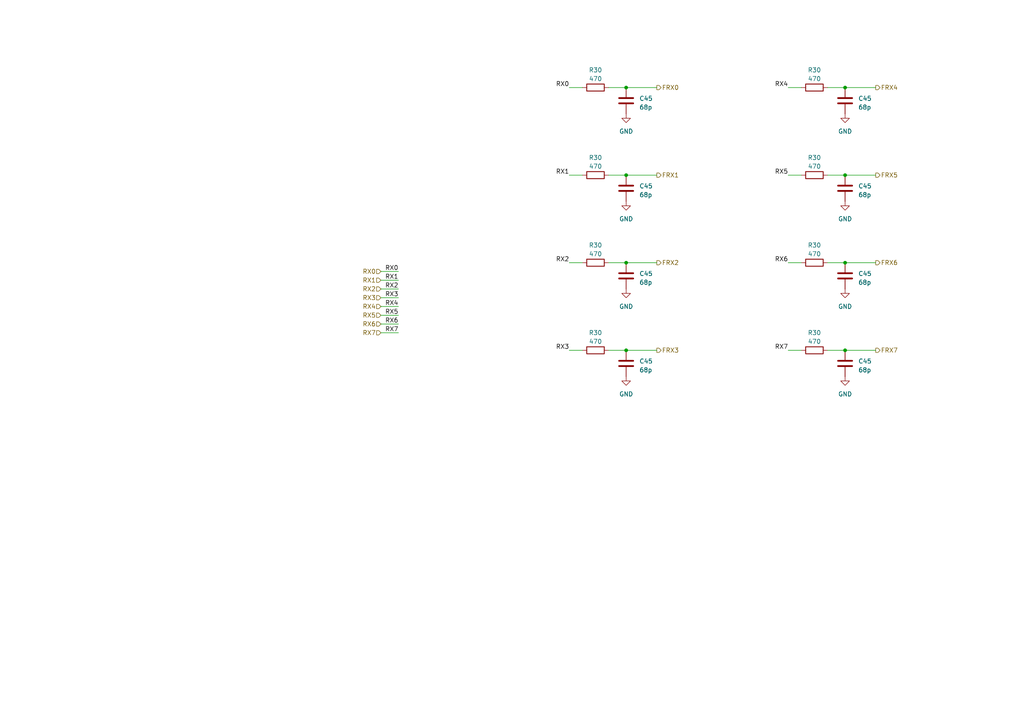
<source format=kicad_sch>
(kicad_sch (version 20230121) (generator eeschema)
  (paper "A4")
  (lib_symbols
    (symbol "Device:C" (pin_numbers hide) (pin_names (offset 0.254))
      (property "Reference" "C" (at 0.635 2.54 0))
      (property "Value" "C" (at 0.635 -2.54 0))
      (symbol "C_0_1"
        (polyline (pts (xy -2.032 -0.762) (xy 2.032 -0.762)) (stroke (width 0.508)))
        (polyline (pts (xy -2.032 0.762) (xy 2.032 0.762)) (stroke (width 0.508)))
      )
      (symbol "C_1_1"
        (pin passive line (at 0 3.81 270) (length 2.794) (name "~") (number "1"))
        (pin passive line (at 0 -3.81 90) (length 2.794) (name "~") (number "2"))
      )
    )
    (symbol "Device:R" (pin_numbers hide) (pin_names (offset 0))
      (property "Reference" "R" (at 2.032 0 90))
      (property "Value" "R" (at 0 0 90))
      (symbol "R_0_1"
        (rectangle (start -1.016 -2.54) (end 1.016 2.54) (stroke (width 0.254)))
      )
      (symbol "R_1_1"
        (pin passive line (at 0 3.81 270) (length 1.27) (name "~") (number "1"))
        (pin passive line (at 0 -3.81 90) (length 1.27) (name "~") (number "2"))
      )
    )
    (symbol "power:GND" (power) (pin_names (offset 0))
      (property "Value" "GND" (at 0 -3.81 0))
      (symbol "GND_0_1"
        (polyline (pts (xy 0 0) (xy 0 -1.27) (xy 1.27 -1.27) (xy 0 -2.54) (xy -1.27 -1.27) (xy 0 -1.27)))
      )
      (symbol "GND_1_1"
        (pin power_in line (at 0 0 270) (length 0) hide (name "GND") (number "1"))
      )
    )
  )
  (junction (at 181.61 101.6))
  (junction (at 245.11 101.6))
  (junction (at 181.61 50.8))
  (junction (at 245.11 25.4))
  (junction (at 181.61 76.2))
  (junction (at 181.61 25.4))
  (junction (at 245.11 50.8))
  (junction (at 245.11 76.2))
  (wire (pts (xy 245.11 76.2) (xy 254 76.2)))
  (wire (pts (xy 165.1 101.6) (xy 168.91 101.6)))
  (wire (pts (xy 228.6 25.4) (xy 232.41 25.4)))
  (wire (pts (xy 110.49 78.74) (xy 115.57 78.74)))
  (wire (pts (xy 245.11 25.4) (xy 254 25.4)))
  (wire (pts (xy 181.61 76.2) (xy 190.5 76.2)))
  (wire (pts (xy 228.6 101.6) (xy 232.41 101.6)))
  (wire (pts (xy 115.57 96.52) (xy 110.49 96.52)))
  (wire (pts (xy 240.03 25.4) (xy 245.11 25.4)))
  (wire (pts (xy 228.6 76.2) (xy 232.41 76.2)))
  (wire (pts (xy 165.1 50.8) (xy 168.91 50.8)))
  (wire (pts (xy 245.11 101.6) (xy 254 101.6)))
  (wire (pts (xy 110.49 91.44) (xy 115.57 91.44)))
  (wire (pts (xy 110.49 86.36) (xy 115.57 86.36)))
  (wire (pts (xy 176.53 25.4) (xy 181.61 25.4)))
  (wire (pts (xy 240.03 50.8) (xy 245.11 50.8)))
  (wire (pts (xy 176.53 76.2) (xy 181.61 76.2)))
  (wire (pts (xy 176.53 50.8) (xy 181.61 50.8)))
  (wire (pts (xy 110.49 83.82) (xy 115.57 83.82)))
  (wire (pts (xy 228.6 50.8) (xy 232.41 50.8)))
  (wire (pts (xy 240.03 76.2) (xy 245.11 76.2)))
  (wire (pts (xy 181.61 25.4) (xy 190.5 25.4)))
  (wire (pts (xy 110.49 81.28) (xy 115.57 81.28)))
  (wire (pts (xy 165.1 25.4) (xy 168.91 25.4)))
  (wire (pts (xy 165.1 76.2) (xy 168.91 76.2)))
  (wire (pts (xy 181.61 101.6) (xy 190.5 101.6)))
  (wire (pts (xy 176.53 101.6) (xy 181.61 101.6)))
  (wire (pts (xy 181.61 50.8) (xy 190.5 50.8)))
  (wire (pts (xy 240.03 101.6) (xy 245.11 101.6)))
  (wire (pts (xy 245.11 50.8) (xy 254 50.8)))
  (wire (pts (xy 110.49 88.9) (xy 115.57 88.9)))
  (wire (pts (xy 110.49 93.98) (xy 115.57 93.98)))
  (label "RX3" (at 165.1 101.6 180))
  (label "RX6" (at 228.6 76.2 180))
  (label "RX0" (at 165.1 25.4 180))
  (label "RX1" (at 115.57 81.28 180))
  (label "RX2" (at 165.1 76.2 180))
  (label "RX5" (at 228.6 50.8 180))
  (label "RX1" (at 165.1 50.8 180))
  (label "RX6" (at 115.57 93.98 180))
  (label "RX0" (at 115.57 78.74 180))
  (label "RX2" (at 115.57 83.82 180))
  (label "RX3" (at 115.57 86.36 180))
  (label "RX5" (at 115.57 91.44 180))
  (label "RX7" (at 228.6 101.6 180))
  (label "RX7" (at 115.57 96.52 180))
  (label "RX4" (at 228.6 25.4 180))
  (label "RX4" (at 115.57 88.9 180))
  (hierarchical_label "RX7" (shape input) (at 110.49 96.52 180))
  (hierarchical_label "FRX3" (shape output) (at 190.5 101.6 0))
  (hierarchical_label "FRX5" (shape output) (at 254 50.8 0))
  (hierarchical_label "RX5" (shape input) (at 110.49 91.44 180))
  (hierarchical_label "RX1" (shape input) (at 110.49 81.28 180))
  (hierarchical_label "RX3" (shape input) (at 110.49 86.36 180))
  (hierarchical_label "FRX7" (shape output) (at 254 101.6 0))
  (hierarchical_label "FRX4" (shape output) (at 254 25.4 0))
  (hierarchical_label "RX0" (shape input) (at 110.49 78.74 180))
  (hierarchical_label "FRX2" (shape output) (at 190.5 76.2 0))
  (hierarchical_label "RX2" (shape input) (at 110.49 83.82 180))
  (hierarchical_label "FRX6" (shape output) (at 254 76.2 0))
  (hierarchical_label "RX4" (shape input) (at 110.49 88.9 180))
  (hierarchical_label "FRX0" (shape output) (at 190.5 25.4 0))
  (hierarchical_label "FRX1" (shape output) (at 190.5 50.8 0))
  (hierarchical_label "RX6" (shape input) (at 110.49 93.98 180))
  (symbol (lib_id "power:GND") (at 245.11 58.42 0) (unit 1)
    (property "Reference" "#PWR0200" (effects hide))
    (property "Value" "GND" (at 245.11 63.5 0))
    (instances (project "autoharpie" (path "" (reference "#PWR0200") (unit 1)) (path "" (reference "#PWR0201") (unit 1))))
  )
  (symbol (lib_id "Device:C") (at 181.61 54.61 0) (unit 1)
    (property "Reference" "C45" (at 185.42 53.975 0) (effects (justify left)))
    (property "Value" "68p" (at 185.42 56.515 0) (effects (justify left)))
  )
  (symbol (lib_id "Device:C") (at 245.11 54.61 0) (unit 1)
    (property "Reference" "C45" (at 248.92 53.975 0) (effects (justify left)))
    (property "Value" "68p" (at 248.92 56.515 0) (effects (justify left)))
    (instances (project "autoharpie" (path "" (reference "C45") (unit 1)) (path "" (reference "C51") (unit 1))))
  )
  (symbol (lib_id "Device:R") (at 172.72 25.4 270) (mirror x) (unit 1)
    (property "Reference" "R30" (at 172.72 20.32 90))
    (property "Value" "470" (at 172.72 22.86 90))
    (instances (project "autoharpie" (path "" (reference "R30") (unit 1)) (path "" (reference "R29") (unit 1))))
  )
  (symbol (lib_id "Device:R") (at 172.72 101.6 270) (mirror x) (unit 1)
    (property "Reference" "R30" (at 172.72 96.52 90))
    (property "Value" "470" (at 172.72 99.06 90))
    (instances (project "autoharpie" (path "" (reference "R30") (unit 1)) (path "" (reference "R35") (unit 1))))
  )
  (symbol (lib_id "Device:C") (at 181.61 105.41 0) (unit 1)
    (property "Reference" "C45" (at 185.42 104.775 0) (effects (justify left)))
    (property "Value" "68p" (at 185.42 107.315 0) (effects (justify left)))
    (instances (project "autoharpie" (path "" (reference "C45") (unit 1)) (path "" (reference "C70") (unit 1))))
  )
  (symbol (lib_id "power:GND") (at 181.61 58.42 0) (unit 1)
    (property "Reference" "#PWR0200" (effects hide))
    (property "Value" "GND" (at 181.61 63.5 0))
  )
  (symbol (lib_id "power:GND") (at 181.61 109.22 0) (unit 1)
    (property "Reference" "#PWR0200" (effects hide))
    (property "Value" "GND" (at 181.61 114.3 0))
    (instances (project "autoharpie" (path "" (reference "#PWR0200") (unit 1)) (path "" (reference "#PWR0206") (unit 1))))
  )
  (symbol (lib_id "power:GND") (at 181.61 33.02 0) (unit 1)
    (property "Reference" "#PWR0200" (effects hide))
    (property "Value" "GND" (at 181.61 38.1 0))
    (instances (project "autoharpie" (path "" (reference "#PWR0200") (unit 1)) (path "" (reference "#PWR0126") (unit 1))))
  )
  (symbol (lib_id "power:GND") (at 245.11 109.22 0) (unit 1)
    (property "Reference" "#PWR0200" (effects hide))
    (property "Value" "GND" (at 245.11 114.3 0))
    (instances (project "autoharpie" (path "" (reference "#PWR0200") (unit 1)) (path "" (reference "#PWR0207") (unit 1))))
  )
  (symbol (lib_id "power:GND") (at 245.11 33.02 0) (unit 1)
    (property "Reference" "#PWR0200" (effects hide))
    (property "Value" "GND" (at 245.11 38.1 0))
    (instances (project "autoharpie" (path "" (reference "#PWR0200") (unit 1)) (path "" (reference "#PWR0127") (unit 1))))
  )
  (symbol (lib_id "Device:R") (at 236.22 76.2 270) (mirror x) (unit 1)
    (property "Reference" "R30" (at 236.22 71.12 90))
    (property "Value" "470" (at 236.22 73.66 90))
    (instances (project "autoharpie" (path "" (reference "R30") (unit 1)) (path "" (reference "R34") (unit 1))))
  )
  (symbol (lib_id "Device:R") (at 172.72 76.2 270) (mirror x) (unit 1)
    (property "Reference" "R30" (at 172.72 71.12 90))
    (property "Value" "470" (at 172.72 73.66 90))
    (instances (project "autoharpie" (path "" (reference "R30") (unit 1)) (path "" (reference "R33") (unit 1))))
  )
  (symbol (lib_id "Device:C") (at 245.11 80.01 0) (unit 1)
    (property "Reference" "C45" (at 248.92 79.375 0) (effects (justify left)))
    (property "Value" "68p" (at 248.92 81.915 0) (effects (justify left)))
    (instances (project "autoharpie" (path "" (reference "C45") (unit 1)) (path "" (reference "C53") (unit 1))))
  )
  (symbol (lib_id "Device:R") (at 172.72 50.8 270) (mirror x) (unit 1)
    (property "Reference" "R30" (at 172.72 45.72 90))
    (property "Value" "470" (at 172.72 48.26 90))
    (instances (project "autoharpie" (path "" (reference "R30") (unit 1)) (path "" (reference "R31") (unit 1))))
  )
  (symbol (lib_id "Device:R") (at 236.22 50.8 270) (mirror x) (unit 1)
    (property "Reference" "R30" (at 236.22 45.72 90))
    (property "Value" "470" (at 236.22 48.26 90))
    (instances (project "autoharpie" (path "" (reference "R30") (unit 1)) (path "" (reference "R32") (unit 1))))
  )
  (symbol (lib_id "Device:C") (at 181.61 80.01 0) (unit 1)
    (property "Reference" "C45" (at 185.42 79.375 0) (effects (justify left)))
    (property "Value" "68p" (at 185.42 81.915 0) (effects (justify left)))
    (instances (project "autoharpie" (path "" (reference "C45") (unit 1)) (path "" (reference "C52") (unit 1))))
  )
  (symbol (lib_id "Device:C") (at 245.11 29.21 0) (unit 1)
    (property "Reference" "C45" (at 248.92 28.575 0) (effects (justify left)))
    (property "Value" "68p" (at 248.92 31.115 0) (effects (justify left)))
    (instances (project "autoharpie" (path "" (reference "C45") (unit 1)) (path "" (reference "C44") (unit 1))))
  )
  (symbol (lib_id "power:GND") (at 181.61 83.82 0) (unit 1)
    (property "Reference" "#PWR0200" (effects hide))
    (property "Value" "GND" (at 181.61 88.9 0))
    (instances (project "autoharpie" (path "" (reference "#PWR0200") (unit 1)) (path "" (reference "#PWR0204") (unit 1))))
  )
  (symbol (lib_id "Device:R") (at 236.22 25.4 270) (mirror x) (unit 1)
    (property "Reference" "R30" (at 236.22 20.32 90))
    (property "Value" "470" (at 236.22 22.86 90))
  )
  (symbol (lib_id "Device:C") (at 245.11 105.41 0) (unit 1)
    (property "Reference" "C45" (at 248.92 104.775 0) (effects (justify left)))
    (property "Value" "68p" (at 248.92 107.315 0) (effects (justify left)))
    (instances (project "autoharpie" (path "" (reference "C45") (unit 1)) (path "" (reference "C71") (unit 1))))
  )
  (symbol (lib_id "power:GND") (at 245.11 83.82 0) (unit 1)
    (property "Reference" "#PWR0200" (effects hide))
    (property "Value" "GND" (at 245.11 88.9 0))
    (instances (project "autoharpie" (path "" (reference "#PWR0200") (unit 1)) (path "" (reference "#PWR0205") (unit 1))))
  )
  (symbol (lib_id "Device:R") (at 236.22 101.6 270) (mirror x) (unit 1)
    (property "Reference" "R30" (at 236.22 96.52 90))
    (property "Value" "470" (at 236.22 99.06 90))
    (instances (project "autoharpie" (path "" (reference "R30") (unit 1)) (path "" (reference "R36") (unit 1))))
  )
  (symbol (lib_id "Device:C") (at 181.61 29.21 0) (unit 1)
    (property "Reference" "C45" (at 185.42 28.575 0) (effects (justify left)))
    (property "Value" "68p" (at 185.42 31.115 0) (effects (justify left)))
    (instances (project "autoharpie" (path "" (reference "C45") (unit 1)) (path "" (reference "C43") (unit 1))))
  )
)
</source>
